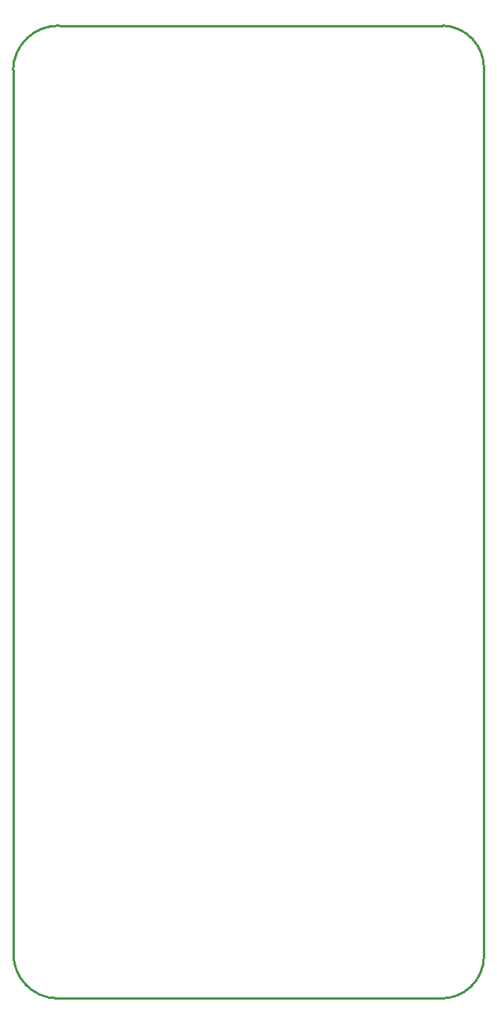
<source format=gm1>
G04*
G04 #@! TF.GenerationSoftware,Altium Limited,Altium Designer,23.0.1 (38)*
G04*
G04 Layer_Color=16711935*
%FSLAX44Y44*%
%MOMM*%
G71*
G04*
G04 #@! TF.SameCoordinates,29EA246D-3BC2-426E-A151-39073B1FECC7*
G04*
G04*
G04 #@! TF.FilePolarity,Positive*
G04*
G01*
G75*
%ADD15C,0.2540*%
D15*
X1227503Y251990D02*
G03*
X1274260Y203267I47740J-983D01*
G01*
X1688180Y203200D02*
G03*
X1734781Y247921I940J45661D01*
G01*
X1734820Y1205489D02*
G03*
X1690099Y1252090I-45661J940D01*
G01*
X1276931Y1252055D02*
G03*
X1226986Y1204124I-1007J-48938D01*
G01*
X1227503Y251990D01*
X1274260Y203267D02*
X1689098Y203190D01*
X1734820Y1206280D02*
X1734820Y247574D01*
X1276931Y1252055D02*
X1690099D01*
M02*

</source>
